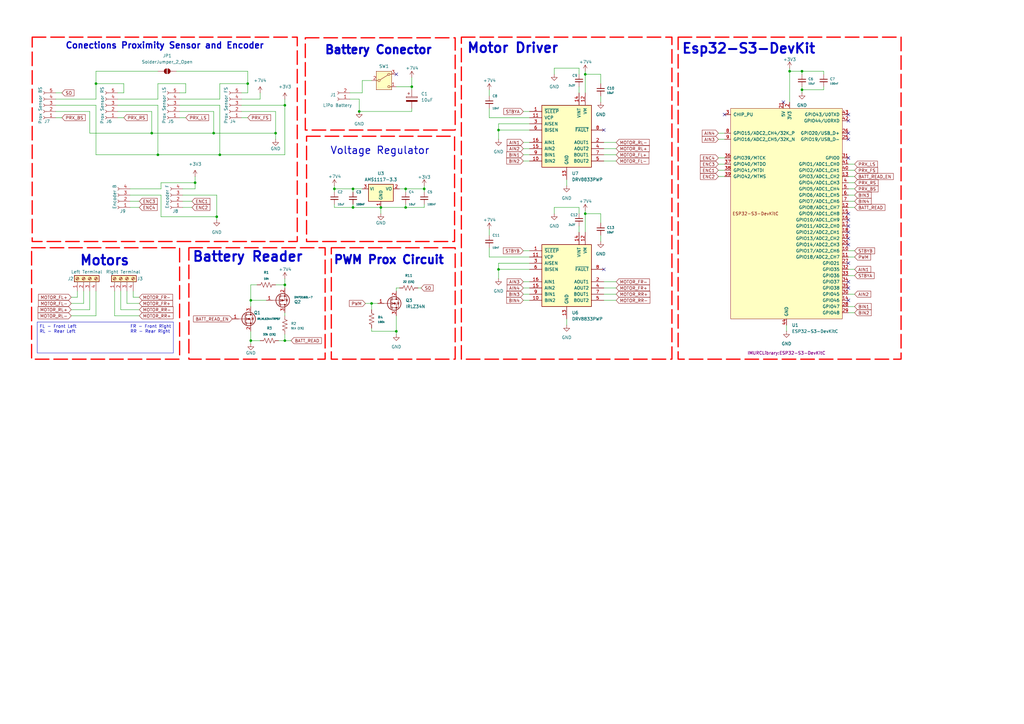
<source format=kicad_sch>
(kicad_sch (version 20250114) (generator "eeschema") (generator_version "9.0")
  (paper "A3")
  (title_block (title "IMU-RC Car Schematic") (date "2025-07-07") (rev "2") (company "ESTG-IPL"))
  (lib_symbols
    (symbol "Connector:Conn_01x02_Socket" (pin_names (offset 1.016) (hide yes))
      (property "Reference" "J" (at 0 2.54 0))
      (property "Value" "Conn_01x02_Socket" (at 0 -5.08 0))
      (symbol "Conn_01x02_Socket_1_1"
        (pin passive line (at -5.08 0 0) (length 3.81) (name "Pin_1") (number "1"))
        (pin passive line (at -5.08 -2.54 0) (length 3.81) (name "Pin_2") (number "2"))
      )
    )
    (symbol "Connector:Conn_01x04_Socket" (pin_names (offset 1.016) (hide yes))
      (property "Reference" "J" (at 0 5.08 0))
      (property "Value" "Conn_01x04_Socket" (at 0 -7.62 0))
      (symbol "Conn_01x04_Socket_1_1"
        (pin passive line (at -5.08 2.54 0) (length 3.81) (name "Pin_1") (number "1"))
        (pin passive line (at -5.08 0 0) (length 3.81) (name "Pin_2") (number "2"))
        (pin passive line (at -5.08 -2.54 0) (length 3.81) (name "Pin_3") (number "3"))
        (pin passive line (at -5.08 -5.08 0) (length 3.81) (name "Pin_4") (number "4"))
      )
    )
    (symbol "Connector:Conn_01x05_Socket" (pin_names (offset 1.016) (hide yes))
      (property "Reference" "J" (at 0 7.62 0))
      (property "Value" "Conn_01x05_Socket" (at 0 -7.62 0))
      (symbol "Conn_01x05_Socket_1_1"
        (pin passive line (at -5.08 5.08 0) (length 3.81) (name "Pin_1") (number "1"))
        (pin passive line (at -5.08 2.54 0) (length 3.81) (name "Pin_2") (number "2"))
        (pin passive line (at -5.08 0 0) (length 3.81) (name "Pin_3") (number "3"))
        (pin passive line (at -5.08 -2.54 0) (length 3.81) (name "Pin_4") (number "4"))
        (pin passive line (at -5.08 -5.08 0) (length 3.81) (name "Pin_5") (number "5"))
      )
    )
    (symbol "Connector:Screw_Terminal_01x04" (pin_names (offset 1.016) (hide yes))
      (property "Reference" "J" (at 0 5.08 0))
      (property "Value" "Screw_Terminal_01x04" (at 0 -7.62 0))
      (symbol "Screw_Terminal_01x04_1_1"
        (pin passive line (at -5.08 2.54 0) (length 3.81) (name "Pin_1") (number "1"))
        (pin passive line (at -5.08 0 0) (length 3.81) (name "Pin_2") (number "2"))
        (pin passive line (at -5.08 -2.54 0) (length 3.81) (name "Pin_3") (number "3"))
        (pin passive line (at -5.08 -5.08 0) (length 3.81) (name "Pin_4") (number "4"))
      )
    )
    (symbol "Device:C_Polarized" (pin_numbers (hide yes)) (pin_names (offset 0.254))
      (property "Reference" "C" (at 0.635 2.54 0))
      (property "Value" "C_Polarized" (at 0.635 -2.54 0))
      (symbol "C_Polarized_1_1"
        (pin passive line (at 0 3.81 270) (length 2.794) (name "~") (number "1"))
        (pin passive line (at 0 -3.81 90) (length 2.794) (name "~") (number "2"))
      )
    )
    (symbol "Device:C_Small" (pin_numbers (hide yes)) (pin_names (offset 0.254) (hide yes))
      (property "Reference" "C" (at 0.254 1.778 0))
      (property "Value" "C_Small" (at 0.254 -2.032 0))
      (symbol "C_Small_1_1"
        (pin passive line (at 0 2.54 270) (length 2.032) (name "~") (number "1"))
        (pin passive line (at 0 -2.54 90) (length 2.032) (name "~") (number "2"))
      )
    )
    (symbol "Device:R_US" (pin_numbers (hide yes)) (pin_names (offset 0))
      (property "Reference" "R" (at 2.54 0 90))
      (property "Value" "R_US" (at -2.54 0 90))
      (symbol "R_US_1_1"
        (pin passive line (at 0 3.81 270) (length 1.27) (name "~") (number "1"))
        (pin passive line (at 0 -3.81 90) (length 1.27) (name "~") (number "2"))
      )
    )
    (symbol "Driver_Motor:DRV8833PWP" (pin_names (offset 1.016))
      (property "Reference" "U" (at -3.81 16.51 0))
      (property "Value" "DRV8833PWP" (at -3.81 13.97 0))
      (symbol "DRV8833PWP_1_1"
        (pin input line (at -15.24 10.16 0) (length 5.08) (name "~{SLEEP}") (number "1"))
        (pin bidirectional line (at -15.24 7.62 0) (length 5.08) (name "VCP") (number "11"))
        (pin bidirectional line (at -15.24 5.08 0) (length 5.08) (name "AISEN") (number "3"))
        (pin bidirectional line (at -15.24 2.54 0) (length 5.08) (name "BISEN") (number "6"))
        (pin input line (at -15.24 -2.54 0) (length 5.08) (name "AIN1") (number "16"))
        (pin input line (at -15.24 -5.08 0) (length 5.08) (name "AIN2") (number "15"))
        (pin input line (at -15.24 -7.62 0) (length 5.08) (name "BIN1") (number "9"))
        (pin input line (at -15.24 -10.16 0) (length 5.08) (name "BIN2") (number "10"))
        (pin power_in line (at 0 -17.78 90) (length 5.08) (name "GND") (number "13"))
        (pin passive line (at 0 -17.78 90) (length 5.08) (hide yes) (name "GND") (number "17"))
        (pin power_in line (at 5.08 17.78 270) (length 5.08) (name "VINT") (number "14"))
        (pin power_in line (at 7.62 17.78 270) (length 5.08) (name "VM") (number "12"))
        (pin open_collector line (at 15.24 2.54 180) (length 5.08) (name "~{FAULT}") (number "8"))
        (pin power_out line (at 15.24 -2.54 180) (length 5.08) (name "AOUT1") (number "2"))
        (pin power_out line (at 15.24 -5.08 180) (length 5.08) (name "AOUT2") (number "4"))
        (pin power_out line (at 15.24 -7.62 180) (length 5.08) (name "BOUT1") (number "7"))
        (pin power_out line (at 15.24 -10.16 180) (length 5.08) (name "BOUT2") (number "5"))
      )
    )
    (symbol "Jumper:SolderJumper_2_Open" (pin_numbers (hide yes)) (pin_names (offset 0) (hide yes)) (in_bom no)
      (property "Reference" "JP" (at 0 2.032 0))
      (property "Value" "SolderJumper_2_Open" (at 0 -2.54 0))
      (symbol "SolderJumper_2_Open_1_1"
        (pin passive line (at -3.81 0 0) (length 2.54) (name "A") (number "1"))
        (pin passive line (at 3.81 0 180) (length 2.54) (name "B") (number "2"))
      )
    )
    (symbol "PCM_Espressif:ESP32-S3-DevKitC" (pin_names (offset 1.016))
      (property "Reference" "U" (at -22.86 48.26 0))
      (property "Value" "ESP32-S3-DevKitC" (at -22.86 45.72 0))
      (symbol "ESP32-S3-DevKitC_0_0"
        (text "ESP32-S3-DevKitC" (at -12.7 0 0) (effects (font (size 1.27 1.27))))
        (pin bidirectional line (at -25.4 15.24 0) (length 2.54) (name "GPIO42/MTMS") (number "39"))
        (pin power_in line (at 0 -45.72 90) (length 2.54) (name "GND") (number "44"))
        (pin bidirectional line (at 25.4 40.64 180) (length 2.54) (name "GPIO43/U0TXD") (number "43"))
        (pin bidirectional line (at 25.4 38.1 180) (length 2.54) (name "GPIO44/U0RXD") (number "42"))
        (pin bidirectional line (at 25.4 20.32 180) (length 2.54) (name "GPIO1/ADC1_CH0") (number "41"))
        (pin bidirectional line (at 25.4 17.78 180) (length 2.54) (name "GPIO2/ADC1_CH1") (number "40"))
        (pin bidirectional line (at 25.4 -10.16 180) (length 2.54) (name "GPIO13/ADC2_CH2") (number "19"))
        (pin bidirectional line (at 25.4 -35.56 180) (length 2.54) (name "GPIO46") (number "14"))
      )
      (symbol "ESP32-S3-DevKitC_0_1"
        (pin power_in line (at 1.27 45.72 270) (length 2.54) (name "3V3") (number "2"))
      )
      (symbol "ESP32-S3-DevKitC_1_1"
        (pin input line (at -25.4 40.64 0) (length 2.54) (name "CHIP_PU") (number "3"))
        (pin bidirectional line (at -25.4 33.02 0) (length 2.54) (name "GPIO15/ADC2_CH4/32K_P") (number "8"))
        (pin bidirectional line (at -25.4 30.48 0) (length 2.54) (name "GPIO16/ADC2_CH5/32K_N") (number "9"))
        (pin bidirectional line (at -25.4 22.86 0) (length 2.54) (name "GPIO39/MTCK") (number "36"))
        (pin bidirectional line (at -25.4 20.32 0) (length 2.54) (name "GPIO40/MTDO") (number "37"))
        (pin bidirectional line (at -25.4 17.78 0) (length 2.54) (name "GPIO41/MTDI") (number "38"))
        (pin power_in line (at -1.27 45.72 270) (length 2.54) (name "5V") (number "21"))
        (pin passive line (at 0 -45.72 90) (length 2.54) (hide yes) (name "GND") (number "22"))
        (pin passive line (at 0 -45.72 90) (length 2.54) (hide yes) (name "GND") (number "23"))
        (pin passive line (at 0 -45.72 90) (length 2.54) (hide yes) (name "GND") (number "24"))
        (pin passive line (at 1.27 45.72 270) (length 2.54) (hide yes) (name "3V3") (number "1"))
        (pin bidirectional line (at 25.4 33.02 180) (length 2.54) (name "GPIO20/USB_D+") (number "26"))
        (pin bidirectional line (at 25.4 30.48 180) (length 2.54) (name "GPIO19/USB_D-") (number "25"))
        (pin bidirectional line (at 25.4 22.86 180) (length 2.54) (name "GPIO0") (number "31"))
        (pin bidirectional line (at 25.4 15.24 180) (length 2.54) (name "GPIO3/ADC1_CH2") (number "13"))
        (pin bidirectional line (at 25.4 12.7 180) (length 2.54) (name "GPIO4/ADC1_CH3") (number "4"))
        (pin bidirectional line (at 25.4 10.16 180) (length 2.54) (name "GPIO5/ADC1_CH4") (number "5"))
        (pin bidirectional line (at 25.4 7.62 180) (length 2.54) (name "GPIO6/ADC1_CH5") (number "6"))
        (pin bidirectional line (at 25.4 5.08 180) (length 2.54) (name "GPIO7/ADC1_CH6") (number "7"))
        (pin bidirectional line (at 25.4 2.54 180) (length 2.54) (name "GPIO8/ADC1_CH7") (number "12"))
        (pin bidirectional line (at 25.4 0 180) (length 2.54) (name "GPIO9/ADC1_CH8") (number "15"))
        (pin bidirectional line (at 25.4 -2.54 180) (length 2.54) (name "GPIO10/ADC1_CH9") (number "16"))
        (pin bidirectional line (at 25.4 -5.08 180) (length 2.54) (name "GPIO11/ADC2_CH0") (number "17"))
        (pin bidirectional line (at 25.4 -7.62 180) (length 2.54) (name "GPIO12/ADC2_CH1") (number "18"))
        (pin bidirectional line (at 25.4 -12.7 180) (length 2.54) (name "GPIO14/ADC2_CH3") (number "20"))
        (pin bidirectional line (at 25.4 -15.24 180) (length 2.54) (name "GPIO17/ADC2_CH6") (number "10"))
        (pin bidirectional line (at 25.4 -17.78 180) (length 2.54) (name "GPIO18/ADC2_CH7") (number "11"))
        (pin bidirectional line (at 25.4 -20.32 180) (length 2.54) (name "GPIO21") (number "27"))
        (pin bidirectional line (at 25.4 -22.86 180) (length 2.54) (name "GPIO35") (number "32"))
        (pin bidirectional line (at 25.4 -25.4 180) (length 2.54) (name "GPIO36") (number "33"))
        (pin bidirectional line (at 25.4 -27.94 180) (length 2.54) (name "GPIO37") (number "34"))
        (pin bidirectional line (at 25.4 -30.48 180) (length 2.54) (name "GPIO38") (number "35"))
        (pin bidirectional line (at 25.4 -33.02 180) (length 2.54) (name "GPIO45") (number "30"))
        (pin bidirectional line (at 25.4 -38.1 180) (length 2.54) (name "GPIO47") (number "28"))
        (pin bidirectional line (at 25.4 -40.64 180) (length 2.54) (name "GPIO48") (number "29"))
      )
    )
    (symbol "Regulator_Linear:AMS1117-3.3"
      (property "Reference" "U" (at -3.81 3.175 0))
      (property "Value" "AMS1117-3.3" (at 0 3.175 0))
      (symbol "AMS1117-3.3_1_1"
        (pin power_in line (at -7.62 0 0) (length 2.54) (name "VI") (number "3"))
        (pin power_in line (at 0 -7.62 90) (length 2.54) (name "GND") (number "1"))
        (pin power_out line (at 7.62 0 180) (length 2.54) (name "VO") (number "2"))
      )
    )
    (symbol "Switch:SW_Nidec_CAS-120A1" (pin_names (offset 1) (hide yes))
      (property "Reference" "SW" (at 0 4.318 0))
      (property "Value" "SW_Nidec_CAS-120A1" (at 0 -5.08 0))
      (symbol "SW_Nidec_CAS-120A1_1_1"
        (pin passive line (at -5.08 0 0) (length 2.54) (name "B") (number "2"))
        (pin passive line (at 5.08 2.54 180) (length 2.54) (name "A") (number "3"))
        (pin passive line (at 5.08 -2.54 180) (length 2.54) (name "C") (number "1"))
      )
    )
    (symbol "Transistor_FET:AO3400A" (pin_names (hide yes))
      (property "Reference" "Q" (at 5.08 1.905 0))
      (property "Value" "AO3400A" (at 5.08 0 0))
      (symbol "AO3400A_1_1"
        (pin input line (at -5.08 0 0) (length 2.54) (name "G") (number "1"))
        (pin passive line (at 2.54 5.08 270) (length 2.54) (name "D") (number "3"))
        (pin passive line (at 2.54 -5.08 90) (length 2.54) (name "S") (number "2"))
      )
    )
    (symbol "Transistor_FET:AO3401A" (pin_names (hide yes))
      (property "Reference" "Q" (at 5.08 1.905 0))
      (property "Value" "AO3401A" (at 5.08 0 0))
      (symbol "AO3401A_1_1"
        (pin input line (at -5.08 0 0) (length 2.54) (name "G") (number "1"))
        (pin passive line (at 2.54 5.08 270) (length 2.54) (name "D") (number "3"))
        (pin passive line (at 2.54 -5.08 90) (length 2.54) (name "S") (number "2"))
      )
    )
    (symbol "Transistor_FET:IRLZ34N" (pin_names (hide yes))
      (property "Reference" "Q" (at 5.08 1.905 0))
      (property "Value" "IRLZ34N" (at 5.08 0 0))
      (symbol "IRLZ34N_1_1"
        (pin input line (at -5.08 0 0) (length 2.54) (name "G") (number "1"))
        (pin passive line (at 2.54 5.08 270) (length 2.54) (name "D") (number "2"))
        (pin passive line (at 2.54 -5.08 90) (length 2.54) (name "S") (number "3"))
      )
    )
    (symbol "power:+3V3" (power) (pin_numbers (hide yes)) (pin_names (offset 0) (hide yes))
      (property "Value" "+3V3" (at 0 3.556 0))
      (symbol "+3V3_1_1"
        (pin power_in line (at 0 0 90) (length 0) (name "~") (number "1"))
      )
    )
    (symbol "power:+BATT" (power) (pin_numbers (hide yes)) (pin_names (offset 0) (hide yes))
      (property "Value" "+BATT" (at 0 3.556 0))
      (symbol "+BATT_1_1"
        (pin power_in line (at 0 0 90) (length 0) (name "~") (number "1"))
      )
    )
    (symbol "power:GND" (power) (pin_numbers (hide yes)) (pin_names (offset 0) (hide yes))
      (property "Value" "GND" (at 0 -3.81 0))
      (symbol "GND_1_1"
        (pin power_in line (at 0 0 270) (length 0) (name "~") (number "1"))
      )
    )
  )
  (rectangle (start 77.47 101.6) (end 133.35 147.32) (stroke (width 0.508) (type dash) (color 255 0 0 1)))
  (rectangle (start 135.89 101.6) (end 186.69 147.32) (stroke (width 0.508) (type dash) (color 255 0 0 1)))
  (rectangle (start 125.222 15.494) (end 186.69 53.34) (stroke (width 0.508) (type dash) (color 255 0 0 1)))
  (rectangle (start 125.73 55.88) (end 186.436 99.06) (stroke (width 0.508) (type dash) (color 255 0 0 1)))
  (rectangle (start 12.954 101.6) (end 73.66 147.32) (stroke (width 0.508) (type dash) (color 255 0 0 1)))
  (rectangle (start 13.208 15.24) (end 121.92 99.06) (stroke (width 0.508) (type dash) (color 255 0 0 1)))
  (rectangle (start 189.23 15.24) (end 275.59 147.32) (stroke (width 0.508) (type dash) (color 255 0 0 1)))
  (rectangle (start 278.13 15.24) (end 369.57 147.32) (stroke (width 0.508) (type dash) (color 255 0 0 1)))
  (text "Voltage Regulator \n\n" (at 156.972 64.262 0) (effects (font (size 3 3) (thickness 0.375))))
  (text "Battery Conector" (at 155.194 20.574 0) (effects (font (size 3.429 3.429) (thickness 0.8) (bold yes))))
  (text "PWM Prox Circuit\n" (at 159.512 106.68 0) (effects (font (size 3.429 3.429) (thickness 0.8) (bold yes))))
  (text "Motor Driver\n" (at 210.312 19.812 0) (effects (font (size 4 4) (thickness 0.8) (bold yes))))
  (text "Conections Proximity Sensor and Encoder\n" (at 67.564 18.796 0) (effects (font (size 2.54 2.54) (thickness 0.508) (bold yes))))
  (text "Esp32-S3-DevKit" (at 307.086 20.066 0) (effects (font (size 4 4) (thickness 0.8) (bold yes))))
  (text "Motors" (at 42.926 106.934 0) (effects (font (size 4 4) (thickness 0.8) (bold yes))))
  (text "Battery Reader\n" (at 101.6 105.41 0) (effects (font (size 4 4) (thickness 0.8) (bold yes))))
  (text_box "FL - Front Left				  FR - Front Right\nRL - Rear Left				  RR - Rear Right" (at 15.24 132.08 0) (size 55.88 12.7) (margins 0.9525 0.9525 0.9525 0.9525) (effects (font (size 1.27 1.27) (thickness 0.1588)) (justify left top)))
  (junction (at 204.47 53.34))
  (junction (at 144.78 77.47))
  (junction (at 87.63 54.61))
  (junction (at 101.6 34.29))
  (junction (at 166.37 85.09))
  (junction (at 204.47 110.49))
  (junction (at 328.93 36.83))
  (junction (at 39.37 34.29))
  (junction (at 323.85 29.21))
  (junction (at 116.84 139.7))
  (junction (at 62.23 54.61))
  (junction (at 88.9 88.9))
  (junction (at 240.03 87.63))
  (junction (at 152.4 124.46))
  (junction (at 80.01 74.93))
  (junction (at 240.03 30.48))
  (junction (at 113.03 54.61))
  (junction (at 147.32 45.72))
  (junction (at 137.16 77.47))
  (junction (at 64.77 63.5))
  (junction (at 102.87 139.7))
  (junction (at 116.84 116.84))
  (junction (at 166.37 77.47))
  (junction (at 102.87 123.19))
  (junction (at 116.84 43.18))
  (junction (at 328.93 29.21))
  (junction (at 90.17 63.5))
  (junction (at 162.56 135.89))
  (junction (at 156.21 85.09))
  (junction (at 168.91 35.56))
  (junction (at 173.99 77.47))
  (junction (at 144.78 85.09))
  (no_connect (at 347.98 54.61))
  (no_connect (at 347.98 92.71))
  (no_connect (at 347.98 118.11))
  (no_connect (at 347.98 46.99))
  (no_connect (at 247.65 110.49))
  (no_connect (at 347.98 107.95))
  (no_connect (at 247.65 53.34))
  (no_connect (at 347.98 64.77))
  (no_connect (at 347.98 87.63))
  (no_connect (at 321.31 41.91))
  (no_connect (at 347.98 115.57))
  (no_connect (at 347.98 90.17))
  (no_connect (at 347.98 95.25))
  (no_connect (at 347.98 57.15))
  (no_connect (at 162.56 30.48))
  (no_connect (at 297.18 46.99))
  (no_connect (at 347.98 123.19))
  (no_connect (at 347.98 97.79))
  (no_connect (at 347.98 49.53))
  (no_connect (at 347.98 100.33))
  (wire (pts (xy 247.65 58.42) (xy 252.73 58.42)))
  (wire (pts (xy 99.06 43.18) (xy 116.84 43.18)))
  (wire (pts (xy 246.38 34.29) (xy 246.38 30.48)))
  (wire (pts (xy 200.66 93.98) (xy 200.66 96.52)))
  (wire (pts (xy 78.74 82.55) (xy 74.93 82.55)))
  (wire (pts (xy 149.86 124.46) (xy 152.4 124.46)))
  (wire (pts (xy 106.68 40.64) (xy 99.06 40.64)))
  (wire (pts (xy 247.65 115.57) (xy 252.73 115.57)))
  (wire (pts (xy 152.4 135.89) (xy 162.56 135.89)))
  (wire (pts (xy 171.45 118.11) (xy 172.72 118.11)))
  (wire (pts (xy 29.21 129.54) (xy 39.37 129.54)))
  (wire (pts (xy 204.47 53.34) (xy 204.47 57.15)))
  (wire (pts (xy 137.16 77.47) (xy 144.78 77.47)))
  (wire (pts (xy 62.23 45.72) (xy 62.23 54.61)))
  (wire (pts (xy 328.93 36.83) (xy 328.93 38.1)))
  (wire (pts (xy 204.47 50.8) (xy 204.47 53.34)))
  (wire (pts (xy 64.77 40.64) (xy 48.26 40.64)))
  (wire (pts (xy 214.63 66.04) (xy 217.17 66.04)))
  (wire (pts (xy 246.38 96.52) (xy 246.38 99.06)))
  (wire (pts (xy 80.01 77.47) (xy 74.93 77.47)))
  (wire (pts (xy 337.82 29.21) (xy 328.93 29.21)))
  (wire (pts (xy 57.15 127) (xy 49.53 127)))
  (wire (pts (xy 347.98 102.87) (xy 350.52 102.87)))
  (wire (pts (xy 240.03 30.48) (xy 240.03 38.1)))
  (wire (pts (xy 87.63 45.72) (xy 87.63 54.61)))
  (wire (pts (xy 294.64 64.77) (xy 297.18 64.77)))
  (wire (pts (xy 214.63 102.87) (xy 217.17 102.87)))
  (wire (pts (xy 347.98 105.41) (xy 350.52 105.41)))
  (wire (pts (xy 39.37 40.64) (xy 22.86 40.64)))
  (wire (pts (xy 247.65 63.5) (xy 252.73 63.5)))
  (wire (pts (xy 87.63 45.72) (xy 73.66 45.72)))
  (wire (pts (xy 22.86 38.1) (xy 25.4 38.1)))
  (wire (pts (xy 88.9 90.17) (xy 88.9 88.9)))
  (wire (pts (xy 113.03 57.15) (xy 113.03 54.61)))
  (wire (pts (xy 227.33 85.09) (xy 237.49 85.09)))
  (wire (pts (xy 294.64 54.61) (xy 297.18 54.61)))
  (wire (pts (xy 156.21 85.09) (xy 156.21 87.63)))
  (wire (pts (xy 162.56 118.11) (xy 162.56 119.38)))
  (wire (pts (xy 347.98 77.47) (xy 350.52 77.47)))
  (wire (pts (xy 39.37 119.38) (xy 39.37 129.54)))
  (wire (pts (xy 173.99 85.09) (xy 173.99 83.82)))
  (wire (pts (xy 90.17 40.64) (xy 73.66 40.64)))
  (wire (pts (xy 227.33 30.48) (xy 227.33 27.94)))
  (wire (pts (xy 246.38 91.44) (xy 246.38 87.63)))
  (wire (pts (xy 204.47 53.34) (xy 217.17 53.34)))
  (wire (pts (xy 57.15 82.55) (xy 53.34 82.55)))
  (wire (pts (xy 36.83 127) (xy 29.21 127)))
  (wire (pts (xy 137.16 77.47) (xy 137.16 78.74)))
  (wire (pts (xy 53.34 77.47) (xy 66.04 77.47)))
  (wire (pts (xy 200.66 101.6) (xy 200.66 105.41)))
  (wire (pts (xy 54.61 121.92) (xy 54.61 119.38)))
  (wire (pts (xy 137.16 85.09) (xy 137.16 83.82)))
  (wire (pts (xy 52.07 124.46) (xy 57.15 124.46)))
  (wire (pts (xy 214.63 123.19) (xy 217.17 123.19)))
  (wire (pts (xy 347.98 113.03) (xy 350.52 113.03)))
  (wire (pts (xy 143.51 38.1) (xy 148.59 38.1)))
  (wire (pts (xy 101.6 34.29) (xy 90.17 34.29)))
  (wire (pts (xy 347.98 110.49) (xy 350.52 110.49)))
  (wire (pts (xy 144.78 77.47) (xy 144.78 78.74)))
  (wire (pts (xy 323.85 27.94) (xy 323.85 29.21)))
  (wire (pts (xy 143.51 40.64) (xy 147.32 40.64)))
  (wire (pts (xy 102.87 125.73) (xy 102.87 123.19)))
  (wire (pts (xy 102.87 135.89) (xy 102.87 139.7)))
  (wire (pts (xy 148.59 38.1) (xy 148.59 33.02)))
  (wire (pts (xy 337.82 36.83) (xy 337.82 35.56)))
  (wire (pts (xy 163.83 77.47) (xy 166.37 77.47)))
  (wire (pts (xy 328.93 36.83) (xy 337.82 36.83)))
  (wire (pts (xy 144.78 85.09) (xy 156.21 85.09)))
  (wire (pts (xy 246.38 39.37) (xy 246.38 41.91)))
  (wire (pts (xy 101.6 34.29) (xy 101.6 29.21)))
  (wire (pts (xy 102.87 139.7) (xy 102.87 140.97)))
  (wire (pts (xy 88.9 88.9) (xy 88.9 80.01)))
  (wire (pts (xy 322.58 133.35) (xy 322.58 135.89)))
  (wire (pts (xy 76.2 38.1) (xy 76.2 34.29)))
  (wire (pts (xy 101.6 38.1) (xy 101.6 34.29)))
  (wire (pts (xy 48.26 43.18) (xy 64.77 43.18)))
  (wire (pts (xy 102.87 116.84) (xy 102.87 123.19)))
  (wire (pts (xy 73.66 48.26) (xy 76.2 48.26)))
  (wire (pts (xy 237.49 35.56) (xy 237.49 38.1)))
  (wire (pts (xy 22.86 48.26) (xy 25.4 48.26)))
  (wire (pts (xy 99.06 38.1) (xy 101.6 38.1)))
  (wire (pts (xy 347.98 69.85) (xy 350.52 69.85)))
  (wire (pts (xy 214.63 118.11) (xy 217.17 118.11)))
  (wire (pts (xy 101.6 29.21) (xy 72.39 29.21)))
  (wire (pts (xy 166.37 85.09) (xy 166.37 83.82)))
  (wire (pts (xy 66.04 80.01) (xy 66.04 88.9)))
  (wire (pts (xy 50.8 34.29) (xy 39.37 34.29)))
  (wire (pts (xy 152.4 124.46) (xy 152.4 127)))
  (wire (pts (xy 102.87 139.7) (xy 106.68 139.7)))
  (wire (pts (xy 347.98 80.01) (xy 350.52 80.01)))
  (wire (pts (xy 116.84 43.18) (xy 116.84 63.5)))
  (wire (pts (xy 66.04 77.47) (xy 66.04 74.93)))
  (wire (pts (xy 46.99 119.38) (xy 46.99 129.54)))
  (wire (pts (xy 168.91 31.75) (xy 168.91 35.56)))
  (wire (pts (xy 166.37 85.09) (xy 156.21 85.09)))
  (wire (pts (xy 102.87 123.19) (xy 109.22 123.19)))
  (wire (pts (xy 173.99 78.74) (xy 173.99 77.47)))
  (wire (pts (xy 105.41 116.84) (xy 102.87 116.84)))
  (wire (pts (xy 113.03 116.84) (xy 116.84 116.84)))
  (wire (pts (xy 64.77 34.29) (xy 64.77 40.64)))
  (wire (pts (xy 162.56 129.54) (xy 162.56 135.89)))
  (wire (pts (xy 52.07 119.38) (xy 52.07 124.46)))
  (wire (pts (xy 78.74 85.09) (xy 74.93 85.09)))
  (wire (pts (xy 48.26 48.26) (xy 50.8 48.26)))
  (wire (pts (xy 99.06 48.26) (xy 101.6 48.26)))
  (wire (pts (xy 116.84 40.64) (xy 116.84 43.18)))
  (wire (pts (xy 36.83 54.61) (xy 36.83 45.72)))
  (wire (pts (xy 50.8 38.1) (xy 50.8 34.29)))
  (wire (pts (xy 200.66 105.41) (xy 217.17 105.41)))
  (wire (pts (xy 232.41 73.66) (xy 232.41 76.2)))
  (wire (pts (xy 57.15 121.92) (xy 54.61 121.92)))
  (wire (pts (xy 237.49 27.94) (xy 237.49 30.48)))
  (wire (pts (xy 90.17 43.18) (xy 90.17 63.5)))
  (wire (pts (xy 39.37 63.5) (xy 64.77 63.5)))
  (wire (pts (xy 240.03 86.36) (xy 240.03 87.63)))
  (wire (pts (xy 323.85 29.21) (xy 323.85 41.91)))
  (wire (pts (xy 247.65 66.04) (xy 252.73 66.04)))
  (wire (pts (xy 147.32 40.64) (xy 147.32 45.72)))
  (wire (pts (xy 80.01 72.39) (xy 80.01 74.93)))
  (wire (pts (xy 62.23 45.72) (xy 48.26 45.72)))
  (wire (pts (xy 247.65 120.65) (xy 252.73 120.65)))
  (wire (pts (xy 87.63 54.61) (xy 62.23 54.61)))
  (wire (pts (xy 166.37 77.47) (xy 173.99 77.47)))
  (wire (pts (xy 113.03 45.72) (xy 99.06 45.72)))
  (wire (pts (xy 36.83 54.61) (xy 62.23 54.61)))
  (wire (pts (xy 73.66 38.1) (xy 76.2 38.1)))
  (wire (pts (xy 148.59 33.02) (xy 152.4 33.02)))
  (wire (pts (xy 168.91 36.83) (xy 168.91 35.56)))
  (wire (pts (xy 162.56 118.11) (xy 163.83 118.11)))
  (wire (pts (xy 73.66 43.18) (xy 90.17 43.18)))
  (wire (pts (xy 246.38 87.63) (xy 240.03 87.63)))
  (wire (pts (xy 328.93 30.48) (xy 328.93 29.21)))
  (wire (pts (xy 328.93 29.21) (xy 323.85 29.21)))
  (wire (pts (xy 144.78 77.47) (xy 148.59 77.47)))
  (wire (pts (xy 39.37 43.18) (xy 39.37 63.5)))
  (wire (pts (xy 116.84 139.7) (xy 119.38 139.7)))
  (wire (pts (xy 90.17 63.5) (xy 116.84 63.5)))
  (wire (pts (xy 76.2 34.29) (xy 64.77 34.29)))
  (wire (pts (xy 200.66 44.45) (xy 200.66 48.26)))
  (wire (pts (xy 166.37 85.09) (xy 173.99 85.09)))
  (wire (pts (xy 217.17 107.95) (xy 204.47 107.95)))
  (wire (pts (xy 53.34 80.01) (xy 66.04 80.01)))
  (wire (pts (xy 64.77 43.18) (xy 64.77 63.5)))
  (wire (pts (xy 247.65 60.96) (xy 252.73 60.96)))
  (wire (pts (xy 64.77 63.5) (xy 90.17 63.5)))
  (wire (pts (xy 294.64 57.15) (xy 297.18 57.15)))
  (wire (pts (xy 162.56 135.89) (xy 162.56 137.16)))
  (wire (pts (xy 49.53 127) (xy 49.53 119.38)))
  (wire (pts (xy 214.63 115.57) (xy 217.17 115.57)))
  (wire (pts (xy 116.84 114.3) (xy 116.84 116.84)))
  (wire (pts (xy 347.98 125.73) (xy 350.52 125.73)))
  (wire (pts (xy 240.03 87.63) (xy 240.03 95.25)))
  (wire (pts (xy 116.84 116.84) (xy 116.84 118.11)))
  (wire (pts (xy 66.04 74.93) (xy 80.01 74.93)))
  (wire (pts (xy 294.64 69.85) (xy 297.18 69.85)))
  (wire (pts (xy 200.66 36.83) (xy 200.66 39.37)))
  (wire (pts (xy 106.68 38.1) (xy 106.68 40.64)))
  (wire (pts (xy 152.4 134.62) (xy 152.4 135.89)))
  (wire (pts (xy 66.04 88.9) (xy 88.9 88.9)))
  (wire (pts (xy 227.33 27.94) (xy 237.49 27.94)))
  (wire (pts (xy 74.93 80.01) (xy 88.9 80.01)))
  (wire (pts (xy 36.83 119.38) (xy 36.83 127)))
  (wire (pts (xy 214.63 45.72) (xy 217.17 45.72)))
  (wire (pts (xy 144.78 85.09) (xy 144.78 83.82)))
  (wire (pts (xy 214.63 58.42) (xy 217.17 58.42)))
  (wire (pts (xy 113.03 45.72) (xy 113.03 54.61)))
  (wire (pts (xy 147.32 45.72) (xy 168.91 45.72)))
  (wire (pts (xy 166.37 78.74) (xy 166.37 77.47)))
  (wire (pts (xy 116.84 139.7) (xy 116.84 137.16)))
  (wire (pts (xy 137.16 85.09) (xy 144.78 85.09)))
  (wire (pts (xy 204.47 107.95) (xy 204.47 110.49)))
  (wire (pts (xy 90.17 34.29) (xy 90.17 40.64)))
  (wire (pts (xy 247.65 123.19) (xy 252.73 123.19)))
  (wire (pts (xy 204.47 110.49) (xy 204.47 114.3)))
  (wire (pts (xy 113.03 54.61) (xy 87.63 54.61)))
  (wire (pts (xy 232.41 130.81) (xy 232.41 133.35)))
  (wire (pts (xy 36.83 45.72) (xy 22.86 45.72)))
  (wire (pts (xy 34.29 119.38) (xy 34.29 124.46)))
  (wire (pts (xy 227.33 87.63) (xy 227.33 85.09)))
  (wire (pts (xy 39.37 29.21) (xy 64.77 29.21)))
  (wire (pts (xy 237.49 85.09) (xy 237.49 87.63)))
  (wire (pts (xy 80.01 74.93) (xy 80.01 77.47)))
  (wire (pts (xy 137.16 76.2) (xy 137.16 77.47)))
  (wire (pts (xy 162.56 35.56) (xy 168.91 35.56)))
  (wire (pts (xy 294.64 67.31) (xy 297.18 67.31)))
  (wire (pts (xy 22.86 43.18) (xy 39.37 43.18)))
  (wire (pts (xy 168.91 45.72) (xy 168.91 44.45)))
  (wire (pts (xy 347.98 72.39) (xy 350.52 72.39)))
  (wire (pts (xy 347.98 128.27) (xy 350.52 128.27)))
  (wire (pts (xy 29.21 124.46) (xy 34.29 124.46)))
  (wire (pts (xy 214.63 120.65) (xy 217.17 120.65)))
  (wire (pts (xy 39.37 34.29) (xy 39.37 40.64)))
  (wire (pts (xy 237.49 92.71) (xy 237.49 95.25)))
  (wire (pts (xy 246.38 30.48) (xy 240.03 30.48)))
  (wire (pts (xy 29.21 121.92) (xy 31.75 121.92)))
  (wire (pts (xy 116.84 128.27) (xy 116.84 129.54)))
  (wire (pts (xy 240.03 29.21) (xy 240.03 30.48)))
  (wire (pts (xy 328.93 35.56) (xy 328.93 36.83)))
  (wire (pts (xy 46.99 129.54) (xy 57.15 129.54)))
  (wire (pts (xy 114.3 139.7) (xy 116.84 139.7)))
  (wire (pts (xy 347.98 82.55) (xy 350.52 82.55)))
  (wire (pts (xy 294.64 72.39) (xy 297.18 72.39)))
  (wire (pts (xy 48.26 38.1) (xy 50.8 38.1)))
  (wire (pts (xy 152.4 124.46) (xy 154.94 124.46)))
  (wire (pts (xy 200.66 48.26) (xy 217.17 48.26)))
  (wire (pts (xy 31.75 119.38) (xy 31.75 121.92)))
  (wire (pts (xy 217.17 50.8) (xy 204.47 50.8)))
  (wire (pts (xy 347.98 74.93) (xy 350.52 74.93)))
  (wire (pts (xy 214.63 60.96) (xy 217.17 60.96)))
  (wire (pts (xy 347.98 120.65) (xy 350.52 120.65)))
  (wire (pts (xy 173.99 76.2) (xy 173.99 77.47)))
  (wire (pts (xy 347.98 67.31) (xy 350.52 67.31)))
  (wire (pts (xy 39.37 34.29) (xy 39.37 29.21)))
  (wire (pts (xy 347.98 85.09) (xy 350.52 85.09)))
  (wire (pts (xy 247.65 118.11) (xy 252.73 118.11)))
  (wire (pts (xy 204.47 110.49) (xy 217.17 110.49)))
  (wire (pts (xy 57.15 85.09) (xy 53.34 85.09)))
  (wire (pts (xy 337.82 30.48) (xy 337.82 29.21)))
  (wire (pts (xy 214.63 63.5) (xy 217.17 63.5)))
  (global_label "AIN4" (shape input) (at 214.63 118.11 180) (property "Intersheetrefs" "${INTERSHEET_REFS}" (effects (hide yes))))
  (global_label "STBYA" (shape input) (at 350.52 113.03 0) (property "Intersheetrefs" "${INTERSHEET_REFS}" (effects (hide yes))))
  (global_label "MOTOR_RR-" (shape input) (at 57.15 127 0) (property "Intersheetrefs" "${INTERSHEET_REFS}" (effects (hide yes))))
  (global_label "MOTOR_RL-" (shape input) (at 252.73 58.42 0) (property "Intersheetrefs" "${INTERSHEET_REFS}" (effects (hide yes))))
  (global_label "BIN1" (shape input) (at 214.63 63.5 180) (property "Intersheetrefs" "${INTERSHEET_REFS}" (effects (hide yes))))
  (global_label "MOTOR_FL-" (shape input) (at 252.73 66.04 0) (property "Intersheetrefs" "${INTERSHEET_REFS}" (effects (hide yes))))
  (global_label "AIN3" (shape input) (at 294.64 57.15 180) (property "Intersheetrefs" "${INTERSHEET_REFS}" (effects (hide yes))))
  (global_label "AIN2" (shape input) (at 350.52 120.65 0) (property "Intersheetrefs" "${INTERSHEET_REFS}" (effects (hide yes))))
  (global_label "BIN3" (shape input) (at 350.52 80.01 0) (property "Intersheetrefs" "${INTERSHEET_REFS}" (effects (hide yes))))
  (global_label "PRX_RS" (shape input) (at 50.8 48.26 0) (property "Intersheetrefs" "${INTERSHEET_REFS}" (effects (hide yes))))
  (global_label "ENC4" (shape input) (at 294.64 64.77 180) (property "Intersheetrefs" "${INTERSHEET_REFS}" (effects (hide yes))))
  (global_label "SO" (shape input) (at 172.72 118.11 0) (property "Intersheetrefs" "${INTERSHEET_REFS}" (effects (hide yes))))
  (global_label "AIN3" (shape input) (at 214.63 115.57 180) (property "Intersheetrefs" "${INTERSHEET_REFS}" (effects (hide yes))))
  (global_label "MOTOR_RR+" (shape input) (at 252.73 120.65 0) (property "Intersheetrefs" "${INTERSHEET_REFS}" (effects (hide yes))))
  (global_label "PWM" (shape input) (at 149.86 124.46 180) (property "Intersheetrefs" "${INTERSHEET_REFS}" (effects (hide yes))))
  (global_label "MOTOR_RL+" (shape input) (at 252.73 60.96 0) (property "Intersheetrefs" "${INTERSHEET_REFS}" (effects (hide yes))))
  (global_label "AIN1" (shape input) (at 214.63 58.42 180) (property "Intersheetrefs" "${INTERSHEET_REFS}" (effects (hide yes))))
  (global_label "BATT_READ" (shape input) (at 350.52 85.09 0) (property "Intersheetrefs" "${INTERSHEET_REFS}" (effects (hide yes))))
  (global_label "PRX_BS" (shape input) (at 350.52 77.47 0) (property "Intersheetrefs" "${INTERSHEET_REFS}" (effects (hide yes))))
  (global_label "MOTOR_RL-" (shape input) (at 29.21 129.54 180) (property "Intersheetrefs" "${INTERSHEET_REFS}" (effects (hide yes))))
  (global_label "MOTOR_FR-" (shape input) (at 252.73 115.57 0) (property "Intersheetrefs" "${INTERSHEET_REFS}" (effects (hide yes))))
  (global_label "PRX_LS" (shape input) (at 350.52 67.31 0) (property "Intersheetrefs" "${INTERSHEET_REFS}" (effects (hide yes))))
  (global_label "PRX_LS" (shape input) (at 76.2 48.26 0) (property "Intersheetrefs" "${INTERSHEET_REFS}" (effects (hide yes))))
  (global_label "BIN1" (shape input) (at 350.52 125.73 0) (property "Intersheetrefs" "${INTERSHEET_REFS}" (effects (hide yes))))
  (global_label "BATT_READ" (shape input) (at 119.38 139.7 0) (property "Intersheetrefs" "${INTERSHEET_REFS}" (effects (hide yes))))
  (global_label "MOTOR_FL-" (shape input) (at 29.21 124.46 180) (property "Intersheetrefs" "${INTERSHEET_REFS}" (effects (hide yes))))
  (global_label "ENC3" (shape input) (at 294.64 67.31 180) (property "Intersheetrefs" "${INTERSHEET_REFS}" (effects (hide yes))))
  (global_label "AIN4" (shape input) (at 294.64 54.61 180) (property "Intersheetrefs" "${INTERSHEET_REFS}" (effects (hide yes))))
  (global_label "STBYA" (shape input) (at 214.63 45.72 180) (property "Intersheetrefs" "${INTERSHEET_REFS}" (effects (hide yes))))
  (global_label "BATT_READ_EN" (shape input) (at 350.52 72.39 0) (property "Intersheetrefs" "${INTERSHEET_REFS}" (effects (hide yes))))
  (global_label "AIN2" (shape input) (at 214.63 60.96 180) (property "Intersheetrefs" "${INTERSHEET_REFS}" (effects (hide yes))))
  (global_label "MOTOR_RR+" (shape input) (at 57.15 129.54 0) (property "Intersheetrefs" "${INTERSHEET_REFS}" (effects (hide yes))))
  (global_label "PRX_FS" (shape input) (at 350.52 69.85 0) (property "Intersheetrefs" "${INTERSHEET_REFS}" (effects (hide yes))))
  (global_label "PWM" (shape input) (at 350.52 105.41 0) (property "Intersheetrefs" "${INTERSHEET_REFS}" (effects (hide yes))))
  (global_label "MOTOR_FR+" (shape input) (at 252.73 118.11 0) (property "Intersheetrefs" "${INTERSHEET_REFS}" (effects (hide yes))))
  (global_label "AIN1" (shape input) (at 350.52 110.49 0) (property "Intersheetrefs" "${INTERSHEET_REFS}" (effects (hide yes))))
  (global_label "MOTOR_FR-" (shape input) (at 57.15 121.92 0) (property "Intersheetrefs" "${INTERSHEET_REFS}" (effects (hide yes))))
  (global_label "ENC3" (shape input) (at 57.15 82.55 0) (property "Intersheetrefs" "${INTERSHEET_REFS}" (effects (hide yes))))
  (global_label "PRX_BS" (shape input) (at 25.4 48.26 0) (property "Intersheetrefs" "${INTERSHEET_REFS}" (effects (hide yes))))
  (global_label "ENC1" (shape input) (at 78.74 82.55 0) (property "Intersheetrefs" "${INTERSHEET_REFS}" (effects (hide yes))))
  (global_label "BIN2" (shape input) (at 214.63 66.04 180) (property "Intersheetrefs" "${INTERSHEET_REFS}" (effects (hide yes))))
  (global_label "MOTOR_FL+" (shape input) (at 252.73 63.5 0) (property "Intersheetrefs" "${INTERSHEET_REFS}" (effects (hide yes))))
  (global_label "PRX_RS" (shape input) (at 350.52 74.93 0) (property "Intersheetrefs" "${INTERSHEET_REFS}" (effects (hide yes))))
  (global_label "BIN2" (shape input) (at 350.52 128.27 0) (property "Intersheetrefs" "${INTERSHEET_REFS}" (effects (hide yes))))
  (global_label "STBYB" (shape input) (at 214.63 102.87 180) (property "Intersheetrefs" "${INTERSHEET_REFS}" (effects (hide yes))))
  (global_label "MOTOR_RL+" (shape input) (at 29.21 127 180) (property "Intersheetrefs" "${INTERSHEET_REFS}" (effects (hide yes))))
  (global_label "ENC4" (shape input) (at 57.15 85.09 0) (property "Intersheetrefs" "${INTERSHEET_REFS}" (effects (hide yes))))
  (global_label "MOTOR_FR+" (shape input) (at 57.15 124.46 0) (property "Intersheetrefs" "${INTERSHEET_REFS}" (effects (hide yes))))
  (global_label "ENC1" (shape input) (at 294.64 69.85 180) (property "Intersheetrefs" "${INTERSHEET_REFS}" (effects (hide yes))))
  (global_label "PRX_FS" (shape input) (at 101.6 48.26 0) (property "Intersheetrefs" "${INTERSHEET_REFS}" (effects (hide yes))))
  (global_label "BATT_READ_EN" (shape input) (at 95.25 130.81 180) (property "Intersheetrefs" "${INTERSHEET_REFS}" (effects (hide yes))))
  (global_label "BIN3" (shape input) (at 214.63 120.65 180) (property "Intersheetrefs" "${INTERSHEET_REFS}" (effects (hide yes))))
  (global_label "MOTOR_FL+" (shape input) (at 29.21 121.92 180) (property "Intersheetrefs" "${INTERSHEET_REFS}" (effects (hide yes))))
  (global_label "ENC2" (shape input) (at 294.64 72.39 180) (property "Intersheetrefs" "${INTERSHEET_REFS}" (effects (hide yes))))
  (global_label "ENC2" (shape input) (at 78.74 85.09 0) (property "Intersheetrefs" "${INTERSHEET_REFS}" (effects (hide yes))))
  (global_label "MOTOR_RR-" (shape input) (at 252.73 123.19 0) (property "Intersheetrefs" "${INTERSHEET_REFS}" (effects (hide yes))))
  (global_label "BIN4" (shape input) (at 214.63 123.19 180) (property "Intersheetrefs" "${INTERSHEET_REFS}" (effects (hide yes))))
  (global_label "BIN4" (shape input) (at 350.52 82.55 0) (property "Intersheetrefs" "${INTERSHEET_REFS}" (effects (hide yes))))
  (global_label "SO" (shape input) (at 25.4 38.1 0) (property "Intersheetrefs" "${INTERSHEET_REFS}" (effects (hide yes))))
  (global_label "STBYB" (shape input) (at 350.52 102.87 0) (property "Intersheetrefs" "${INTERSHEET_REFS}" (effects (hide yes))))
  (symbol (lib_id "Device:C_Small") (at 200.66 99.06 0) (unit 1)
    (property "Reference" "C11" (at 201.93 96.52 0) (effects (font (size 1 1)) (justify left)))
    (property "Value" "10nF" (at 201.93 101.6 0) (effects (font (size 0.75 0.75)) (justify left)))
    (property "Footprint" "Capacitor_SMD:C_0805_2012Metric" (effects (hide yes)))
  )
  (symbol (lib_id "Driver_Motor:DRV8833PWP") (at 232.41 55.88 0) (unit 1)
    (property "Reference" "U7" (at 234.5533 71.12 0) (effects (justify left)))
    (property "Value" "DRV8833PWP" (at 234.5533 73.66 0) (effects (justify left)))
    (property "Footprint" "Package_SO:HTSSOP-16-1EP_4.4x5mm_P0.65mm_EP3.4x5mm_Mask2.46x2.31mm_ThermalVias" (effects (hide yes)))
    (property "Datasheet" "http://www.ti.com/lit/ds/symlink/drv8833.pdf" (effects (hide yes)))
    (property "Description" "Dual H-Bridge Motor Driver, HTSSOP-16" (effects (hide yes)))
  )
  (symbol (lib_id "Connector:Conn_01x05_Socket") (at 68.58 43.18 180) (unit 1)
    (property "Reference" "J5" (at 70.104 49.784 0))
    (property "Value" "Prox Sensor LS" (at 67.31 43.18 90))
    (property "Footprint" "IMURCLibrary:JST_PH_S5B-PH-SM4-TB_1x05-1MP_P2.00mm_Horizontal" (effects (hide yes)))
    (property "Description" "Generic connector, single row, 01x05, script generated" (effects (hide yes)))
    (property "Sim.Library" ".\\" (effects (hide yes)))
  )
  (symbol (lib_id "power:GND") (at 88.9 90.17 0) (unit 1)
    (property "Reference" "#PWR012" (effects (hide yes)))
    (property "Value" "GND" (at 88.9 95.25 0))
    (property "Description" "Power symbol creates a global label with name \"GND\" , ground" (effects (hide yes)))
  )
  (symbol (lib_id "Device:R_US") (at 110.49 139.7 270) (unit 1)
    (property "Reference" "R3" (at 110.49 134.62 90) (effects (font (size 1 1))))
    (property "Value" "33k (1%)" (at 110.49 137.16 90) (effects (font (size 0.75 0.75))))
    (property "Footprint" "Resistor_SMD:R_0805_2012Metric" (effects (hide yes)))
  )
  (symbol (lib_id "Device:C_Small") (at 200.66 41.91 0) (unit 1)
    (property "Reference" "C8" (at 201.93 39.37 0) (effects (font (size 1 1)) (justify left)))
    (property "Value" "10nF" (at 201.93 44.45 0) (effects (font (size 0.75 0.75)) (justify left)))
    (property "Footprint" "Capacitor_SMD:C_0805_2012Metric" (effects (hide yes)))
  )
  (symbol (lib_id "Device:C_Small") (at 328.93 33.02 0) (unit 1)
    (property "Reference" "C6" (at 331.47 32.3913 0) (effects (font (size 1 1)) (justify left)))
    (property "Value" "10uF" (at 331.47 34.2962 0) (effects (font (size 0.75 0.75)) (justify left)))
    (property "Footprint" "Capacitor_SMD:C_0805_2012Metric" (effects (hide yes)))
  )
  (symbol (lib_id "Driver_Motor:DRV8833PWP") (at 232.41 113.03 0) (unit 1)
    (property "Reference" "U6" (at 234.5533 128.27 0) (effects (justify left)))
    (property "Value" "DRV8833PWP" (at 234.5533 130.81 0) (effects (justify left)))
    (property "Footprint" "Package_SO:HTSSOP-16-1EP_4.4x5mm_P0.65mm_EP3.4x5mm_Mask2.46x2.31mm_ThermalVias" (effects (hide yes)))
    (property "Datasheet" "http://www.ti.com/lit/ds/symlink/drv8833.pdf" (effects (hide yes)))
    (property "Description" "Dual H-Bridge Motor Driver, HTSSOP-16" (effects (hide yes)))
  )
  (symbol (lib_id "power:GND") (at 246.38 99.06 0) (unit 1)
    (property "Reference" "#PWR027" (effects (hide yes)))
    (property "Value" "GND" (at 246.38 104.14 0))
    (property "Description" "Power symbol creates a global label with name \"GND\" , ground" (effects (hide yes)))
  )
  (symbol (lib_id "Device:R_US") (at 109.22 116.84 90) (unit 1)
    (property "Reference" "R1" (at 109.22 111.76 90) (effects (font (size 1 1))))
    (property "Value" "10k" (at 109.22 114.3 90) (effects (font (size 0.75 0.75))))
    (property "Footprint" "Resistor_SMD:R_0805_2012Metric" (effects (hide yes)))
  )
  (symbol (lib_id "Connector:Screw_Terminal_01x04") (at 34.29 114.3 90) (unit 1)
    (property "Reference" "J2" (at 28.956 114.3 90))
    (property "Value" "Left Terminal" (at 35.56 111.506 90))
    (property "Footprint" "IMURCLibrary:TerminalBlock_Xinya_XY308-2.54-4P_1x04_P2.54mm_Horizontal" (effects (hide yes)))
    (property "Description" "Generic screw terminal, single row, 01x04, script generated (kicad-library-utils/schlib/autogen/connector/)" (effects (hide yes)))
  )
  (symbol (lib_id "Device:C_Small") (at 173.99 81.28 0) (unit 1)
    (property "Reference" "C5" (at 175.26 78.74 0) (effects (font (size 1 1)) (justify left)))
    (property "Value" "100nF" (at 175.26 83.82 0) (effects (font (size 0.75 0.75)) (justify left)))
    (property "Footprint" "Capacitor_SMD:C_0805_2012Metric" (effects (hide yes)))
  )
  (symbol (lib_id "power:+3V3") (at 106.68 38.1 0) (unit 1)
    (property "Reference" "#PWR032" (effects (hide yes)))
    (property "Value" "+7V4" (at 106.68 33.02 0))
    (property "Description" "Power symbol creates a global label with name \"+3V3\"" (effects (hide yes)))
  )
  (symbol (lib_id "Connector:Conn_01x02_Socket") (at 138.43 40.64 180) (unit 1)
    (property "Reference" "J1" (at 136.652 38.862 0))
    (property "Value" "LiPo Battery" (at 138.43 43.18 0))
    (property "Footprint" "TerminalBlock:TerminalBlock_MaiXu_MX126-5.0-02P_1x02_P5.00mm" (effects (hide yes)))
    (property "Description" "Generic connector, single row, 01x02, script generated" (effects (hide yes)))
  )
  (symbol (lib_id "Device:C_Small") (at 137.16 81.28 0) (unit 1)
    (property "Reference" "C2" (at 138.43 78.74 0) (effects (font (size 1 1)) (justify left)))
    (property "Value" "10uF" (at 138.43 83.82 0) (effects (font (size 0.75 0.75)) (justify left)))
    (property "Footprint" "Capacitor_SMD:C_0805_2012Metric" (effects (hide yes)))
  )
  (symbol (lib_id "Connector:Screw_Terminal_01x04") (at 49.53 114.3 90) (unit 1)
    (property "Reference" "J3" (at 57.404 114.3 90))
    (property "Value" "Right Terminal" (at 50.546 111.506 90))
    (property "Footprint" "IMURCLibrary:TerminalBlock_Xinya_XY308-2.54-4P_1x04_P2.54mm_Horizontal" (effects (hide yes)))
    (property "Description" "Generic screw terminal, single row, 01x04, script generated (kicad-library-utils/schlib/autogen/connector/)" (effects (hide yes)))
  )
  (symbol (lib_id "power:+BATT") (at 137.16 76.2 0) (unit 1)
    (property "Reference" "#PWR044" (effects (hide yes)))
    (property "Value" "+7V4" (at 134.62 72.39 0) (effects (justify left)))
    (property "Description" "Power symbol creates a global label with name \"+BATT\"" (effects (hide yes)))
  )
  (symbol (lib_id "Device:R_US") (at 152.4 130.81 0) (unit 1)
    (property "Reference" "R4" (at 154.94 130.175 0) (effects (font (size 1 1)) (justify left)))
    (property "Value" "100k" (at 154.94 132.0799 0) (effects (font (size 0.75 0.75)) (justify left)))
    (property "Footprint" "Resistor_SMD:R_0805_2012Metric" (effects (hide yes)))
  )
  (symbol (lib_id "power:GND") (at 246.38 41.91 0) (unit 1)
    (property "Reference" "#PWR026" (effects (hide yes)))
    (property "Value" "GND" (at 246.38 46.99 0))
    (property "Description" "Power symbol creates a global label with name \"GND\" , ground" (effects (hide yes)))
  )
  (symbol (lib_id "power:GND") (at 328.93 38.1 0) (unit 1)
    (property "Reference" "#PWR024" (effects (hide yes)))
    (property "Value" "GND" (at 328.93 43.18 0))
    (property "Description" "Power symbol creates a global label with name \"GND\" , ground" (effects (hide yes)))
  )
  (symbol (lib_id "Transistor_FET:AO3400A") (at 100.33 130.81 0) (unit 1)
    (property "Reference" "Q1" (at 104.14 128.27 0) (effects (justify left)))
    (property "Value" "IRLML6344TRPBF" (at 105.41 130.81 0) (effects (font (size 0.75 0.75)) (justify left)))
    (property "Footprint" "Package_TO_SOT_SMD:SOT-23" (effects (hide yes)))
    (property "Datasheet" "http://www.aosmd.com/pdfs/datasheet/AO3400A.pdf" (effects (hide yes)))
    (property "Description" "30V Vds, 5.7A Id, N-Channel MOSFET, SOT-23" (effects (hide yes)))
  )
  (symbol (lib_id "Connector:Conn_01x05_Socket") (at 93.98 43.18 180) (unit 1)
    (property "Reference" "J4" (at 95.504 49.784 0))
    (property "Value" "Prox Sensor FS" (at 92.71 43.18 90))
    (property "Footprint" "IMURCLibrary:JST_PH_S5B-PH-SM4-TB_1x05-1MP_P2.00mm_Horizontal" (effects (hide yes)))
    (property "Description" "Generic connector, single row, 01x05, script generated" (effects (hide yes)))
    (property "Sim.Library" ".\\" (effects (hide yes)))
  )
  (symbol (lib_id "Device:C_Small") (at 337.82 33.02 0) (unit 1)
    (property "Reference" "C7" (at 340.36 32.3913 0) (effects (font (size 1 1)) (justify left)))
    (property "Value" "100nF" (at 340.36 34.2962 0) (effects (font (size 0.75 0.75)) (justify left)))
    (property "Footprint" "Capacitor_SMD:C_0805_2012Metric" (effects (hide yes)))
  )
  (symbol (lib_id "Transistor_FET:IRLZ34N") (at 160.02 124.46 0) (unit 1)
    (property "Reference" "Q3" (at 166.37 123.1899 0) (effects (justify left)))
    (property "Value" "IRLZ34N" (at 166.37 125.7299 0) (effects (justify left)))
    (property "Footprint" "Package_TO_SOT_SMD:TO-263-3_TabPin2" (effects (hide yes)))
    (property "Datasheet" "http://www.infineon.com/dgdl/irlz34npbf.pdf?fileId=5546d462533600a40153567206892720" (effects (hide yes)))
    (property "Description" "30A Id, 55V Vds, 35mOhm Rds, N-Channel HEXFET Power MOSFET, TO-220AB" (effects (hide yes)))
  )
  (symbol (lib_id "power:+3V3") (at 116.84 40.64 0) (unit 1)
    (property "Reference" "#PWR029" (effects (hide yes)))
    (property "Value" "+3V3" (at 116.84 35.56 0))
    (property "Description" "Power symbol creates a global label with name \"+3V3\"" (effects (hide yes)))
  )
  (symbol (lib_id "Device:C_Polarized") (at 168.91 40.64 0) (unit 1)
    (property "Reference" "C1" (at 172.72 38.4809 0) (effects (justify left)))
    (property "Value" "10uF" (at 172.72 41.0209 0) (effects (justify left)))
    (property "Footprint" "Capacitor_SMD:CP_Elec_5x5.7" (effects (hide yes)))
    (property "Description" "Polarized capacitor" (effects (hide yes)))
  )
  (symbol (lib_id "power:GND") (at 162.56 137.16 0) (unit 1)
    (property "Reference" "#PWR02" (effects (hide yes)))
    (property "Value" "GND" (at 162.56 142.24 0))
    (property "Description" "Power symbol creates a global label with name \"GND\" , ground" (effects (hide yes)))
  )
  (symbol (lib_id "Device:C_Small") (at 144.78 81.28 0) (unit 1)
    (property "Reference" "C3" (at 146.05 78.74 0) (effects (font (size 1 1)) (justify left)))
    (property "Value" "100nF" (at 146.05 83.82 0) (effects (font (size 0.75 0.75)) (justify left)))
    (property "Footprint" "Capacitor_SMD:C_0805_2012Metric" (effects (hide yes)))
  )
  (symbol (lib_id "Connector:Conn_01x04_Socket") (at 69.85 82.55 180) (unit 1)
    (property "Reference" "J8" (at 73.152 86.614 0) (effects (justify left)))
    (property "Value" "Encoder F" (at 68.58 75.692 90) (effects (justify left)))
    (property "Footprint" "IMURCLibrary:JST_PH_S4B-PH-SM4-TB_1x04-1MP_P2.00mm_Horizontal" (effects (hide yes)))
    (property "Description" "Generic connector, single row, 01x04, script generated" (effects (hide yes)))
  )
  (symbol (lib_id "power:+BATT") (at 168.91 31.75 0) (unit 1)
    (property "Reference" "#PWR040" (effects (hide yes)))
    (property "Value" "+7V4" (at 166.37 27.94 0) (effects (justify left)))
    (property "Description" "Power symbol creates a global label with name \"+BATT\"" (effects (hide yes)))
  )
  (symbol (lib_id "power:GND") (at 232.41 133.35 0) (unit 1)
    (property "Reference" "#PWR015" (effects (hide yes)))
    (property "Value" "GND" (at 232.41 138.43 0))
    (property "Description" "Power symbol creates a global label with name \"GND\" , ground" (effects (hide yes)))
  )
  (symbol (lib_id "Connector:Conn_01x05_Socket") (at 43.18 43.18 180) (unit 1)
    (property "Reference" "J6" (at 44.704 49.784 0))
    (property "Value" "Prox Sensor RS" (at 41.91 43.18 90))
    (property "Footprint" "IMURCLibrary:JST_PH_S5B-PH-SM4-TB_1x05-1MP_P2.00mm_Horizontal" (effects (hide yes)))
    (property "Description" "Generic connector, single row, 01x05, script generated" (effects (hide yes)))
    (property "Sim.Library" ".\\" (effects (hide yes)))
  )
  (symbol (lib_id "power:+3V3") (at 323.85 27.94 0) (unit 1)
    (property "Reference" "#PWR014" (effects (hide yes)))
    (property "Value" "+3V3" (at 323.85 24.384 0))
    (property "Description" "Power symbol creates a global label with name \"+3V3\"" (effects (hide yes)))
  )
  (symbol (lib_id "power:+3V3") (at 80.01 72.39 0) (unit 1)
    (property "Reference" "#PWR011" (effects (hide yes)))
    (property "Value" "+3V3" (at 80.01 67.31 0))
    (property "Description" "Power symbol creates a global label with name \"+3V3\"" (effects (hide yes)))
  )
  (symbol (lib_id "power:+BATT") (at 200.66 36.83 0) (unit 1)
    (property "Reference" "#PWR042" (effects (hide yes)))
    (property "Value" "+7V4" (at 198.12 33.02 0) (effects (justify left)))
    (property "Description" "Power symbol creates a global label with name \"+BATT\"" (effects (hide yes)))
  )
  (symbol (lib_id "Device:C_Small") (at 246.38 93.98 0) (unit 1)
    (property "Reference" "C13" (at 248.92 93.3513 0) (effects (font (size 1 1)) (justify left)))
    (property "Value" "10uF" (at 248.92 95.2562 0) (effects (font (size 0.75 0.75)) (justify left)))
    (property "Footprint" "Capacitor_SMD:C_0805_2012Metric" (effects (hide yes)))
  )
  (symbol (lib_id "power:GND") (at 227.33 30.48 0) (unit 1)
    (property "Reference" "#PWR023" (effects (hide yes)))
    (property "Value" "GND" (at 227.33 35.56 0))
    (property "Description" "Power symbol creates a global label with name \"GND\" , ground" (effects (hide yes)))
  )
  (symbol (lib_id "Transistor_FET:AO3401A") (at 114.3 123.19 0) (mirror x) (unit 1)
    (property "Reference" "Q2" (at 120.65 123.8251 0) (effects (justify left)))
    (property "Value" "DMP3160L-7" (at 120.65 121.9201 0) (effects (font (size 0.75 0.75)) (justify left)))
    (property "Footprint" "Package_TO_SOT_SMD:SOT-23" (effects (hide yes)))
    (property "Datasheet" "http://www.aosmd.com/pdfs/datasheet/AO3401A.pdf" (effects (hide yes)))
    (property "Description" "-4.0A Id, -30V Vds, P-Channel MOSFET, SOT-23" (effects (hide yes)))
  )
  (symbol (lib_id "power:GND") (at 204.47 114.3 0) (unit 1)
    (property "Reference" "#PWR016" (effects (hide yes)))
    (property "Value" "GND" (at 204.47 119.38 0))
    (property "Description" "Power symbol creates a global label with name \"GND\" , ground" (effects (hide yes)))
  )
  (symbol (lib_id "Device:C_Small") (at 237.49 90.17 0) (unit 1)
    (property "Reference" "C12" (at 233.934 88.138 0) (effects (font (size 1 1)) (justify left)))
    (property "Value" "2u2F" (at 233.172 92.202 0) (effects (font (size 0.75 0.75)) (justify left)))
    (property "Footprint" "Capacitor_SMD:C_0805_2012Metric" (effects (hide yes)))
  )
  (symbol (lib_id "power:GND") (at 204.47 57.15 0) (unit 1)
    (property "Reference" "#PWR021" (effects (hide yes)))
    (property "Value" "GND" (at 204.47 62.23 0))
    (property "Description" "Power symbol creates a global label with name \"GND\" , ground" (effects (hide yes)))
  )
  (symbol (lib_id "power:GND") (at 232.41 76.2 0) (unit 1)
    (property "Reference" "#PWR022" (effects (hide yes)))
    (property "Value" "GND" (at 232.41 81.28 0))
    (property "Description" "Power symbol creates a global label with name \"GND\" , ground" (effects (hide yes)))
  )
  (symbol (lib_id "PCM_Espressif:ESP32-S3-DevKitC") (at 322.58 87.63 0) (unit 1)
    (property "Reference" "U1" (at 324.7741 133.35 0) (effects (justify left)))
    (property "Value" "ESP32-S3-DevKitC" (at 324.7741 135.89 0) (effects (justify left)))
    (property "Footprint" "IMURCLibrary:ESP32-S3-DevKitC" (at 322.58 144.78 0))
    (property "Description" "ESP32-S3-DevKitC" (effects (hide yes)))
  )
  (symbol (lib_id "Connector:Conn_01x04_Socket") (at 48.26 82.55 180) (unit 1)
    (property "Reference" "J9" (at 51.562 86.614 0) (effects (justify left)))
    (property "Value" "Encoder B" (at 46.99 75.692 90) (effects (justify left)))
    (property "Footprint" "IMURCLibrary:JST_PH_S4B-PH-SM4-TB_1x04-1MP_P2.00mm_Horizontal" (effects (hide yes)))
    (property "Description" "Generic connector, single row, 01x04, script generated" (effects (hide yes)))
  )
  (symbol (lib_id "Device:R_US") (at 116.84 133.35 0) (unit 1)
    (property "Reference" "R2" (at 119.38 132.715 0) (effects (font (size 1 1)) (justify left)))
    (property "Value" "51k (1%)" (at 119.38 134.6199 0) (effects (font (size 0.75 0.75)) (justify left)))
    (property "Footprint" "Resistor_SMD:R_0805_2012Metric" (effects (hide yes)))
  )
  (symbol (lib_id "power:GND") (at 113.03 57.15 0) (unit 1)
    (property "Reference" "#PWR017" (effects (hide yes)))
    (property "Value" "GND" (at 113.03 60.96 0))
    (property "Description" "Power symbol creates a global label with name \"GND\" , ground" (effects (hide yes)))
  )
  (symbol (lib_id "Device:C_Small") (at 166.37 81.28 0) (unit 1)
    (property "Reference" "C4" (at 167.64 78.74 0) (effects (font (size 1 1)) (justify left)))
    (property "Value" "10uF" (at 167.64 83.82 0) (effects (font (size 0.75 0.75)) (justify left)))
    (property "Footprint" "Capacitor_SMD:C_0805_2012Metric" (effects (hide yes)))
  )
  (symbol (lib_id "Switch:SW_Nidec_CAS-120A1") (at 157.48 33.02 0) (unit 1)
    (property "Reference" "SW1" (at 157.48 27.178 0))
    (property "Value" "SW_Nidec_CAS-120A1" (effects (hide yes)))
    (property "Footprint" "Button_Switch_THT:SW_Slide_SPDT_Angled_CK_OS102011MA1Q" (effects (hide yes)))
    (property "Datasheet" "https://www.nidec-components.com/e/catalog/switch/cas.pdf" (effects (hide yes)))
    (property "Description" "Switch, single pole double throw" (effects (hide yes)))
  )
  (symbol (lib_id "power:+BATT") (at 116.84 114.3 0) (unit 1)
    (property "Reference" "#PWR031" (effects (hide yes)))
    (property "Value" "+7V4" (at 114.3 110.49 0) (effects (justify left)))
    (property "Description" "Power symbol creates a global label with name \"+BATT\"" (effects (hide yes)))
  )
  (symbol (lib_id "power:+BATT") (at 200.66 93.98 0) (unit 1)
    (property "Reference" "#PWR043" (effects (hide yes)))
    (property "Value" "+7V4" (at 198.12 90.17 0) (effects (justify left)))
    (property "Description" "Power symbol creates a global label with name \"+BATT\"" (effects (hide yes)))
  )
  (symbol (lib_id "power:GND") (at 156.21 87.63 0) (unit 1)
    (property "Reference" "#PWR07" (effects (hide yes)))
    (property "Value" "GND" (at 156.21 91.44 0))
    (property "Description" "Power symbol creates a global label with name \"GND\" , ground" (effects (hide yes)))
  )
  (symbol (lib_id "power:GND") (at 227.33 87.63 0) (unit 1)
    (property "Reference" "#PWR025" (effects (hide yes)))
    (property "Value" "GND" (at 227.33 92.71 0))
    (property "Description" "Power symbol creates a global label with name \"GND\" , ground" (effects (hide yes)))
  )
  (symbol (lib_id "Connector:Conn_01x05_Socket") (at 17.78 43.18 180) (unit 1)
    (property "Reference" "J7" (at 19.304 49.784 0))
    (property "Value" "Prox Sensor BS" (at 16.51 43.18 90))
    (property "Footprint" "IMURCLibrary:JST_PH_S5B-PH-SM4-TB_1x05-1MP_P2.00mm_Horizontal" (effects (hide yes)))
    (property "Description" "Generic connector, single row, 01x05, script generated" (effects (hide yes)))
    (property "Sim.Library" ".\\" (effects (hide yes)))
  )
  (symbol (lib_id "power:+3V3") (at 173.99 76.2 0) (unit 1)
    (property "Reference" "#PWR013" (effects (hide yes)))
    (property "Value" "+3V3" (at 173.99 72.644 0))
    (property "Description" "Power symbol creates a global label with name \"+3V3\"" (effects (hide yes)))
  )
  (symbol (lib_id "power:GND") (at 102.87 140.97 0) (unit 1)
    (property "Reference" "#PWR030" (effects (hide yes)))
    (property "Value" "GND" (at 102.87 144.78 0))
    (property "Description" "Power symbol creates a global label with name \"GND\" , ground" (effects (hide yes)))
  )
  (symbol (lib_id "power:+BATT") (at 240.03 86.36 0) (unit 1)
    (property "Reference" "#PWR045" (effects (hide yes)))
    (property "Value" "+7V4" (at 237.49 82.55 0) (effects (justify left)))
    (property "Description" "Power symbol creates a global label with name \"+BATT\"" (effects (hide yes)))
  )
  (symbol (lib_id "Regulator_Linear:AMS1117-3.3") (at 156.21 77.47 0) (unit 1)
    (property "Reference" "U3" (at 156.21 71.12 0))
    (property "Value" "AMS1117-3.3" (at 156.21 73.66 0))
    (property "Footprint" "Package_TO_SOT_SMD:SOT-223-3_TabPin2" (effects (hide yes)))
    (property "Datasheet" "http://www.advanced-monolithic.com/pdf/ds1117.pdf" (effects (hide yes)))
    (property "Description" "1A Low Dropout regulator, positive, 3.3V fixed output, SOT-223" (effects (hide yes)))
  )
  (symbol (lib_id "Device:C_Small") (at 246.38 36.83 0) (unit 1)
    (property "Reference" "C10" (at 248.92 36.2013 0) (effects (font (size 1 1)) (justify left)))
    (property "Value" "10uF" (at 248.92 38.1062 0) (effects (font (size 0.75 0.75)) (justify left)))
    (property "Footprint" "Capacitor_SMD:C_0805_2012Metric" (effects (hide yes)))
  )
  (symbol (lib_id "Device:C_Small") (at 237.49 33.02 0) (unit 1)
    (property "Reference" "C9" (at 234.696 30.988 0) (effects (font (size 1 1)) (justify left)))
    (property "Value" "2u2F" (at 233.172 35.052 0) (effects (font (size 0.75 0.75)) (justify left)))
    (property "Footprint" "Capacitor_SMD:C_0805_2012Metric" (effects (hide yes)))
  )
  (symbol (lib_id "Device:R_US") (at 167.64 118.11 90) (unit 1)
    (property "Reference" "R11" (at 167.64 113.03 90) (effects (font (size 1 1))))
    (property "Value" "22 (1%)" (at 167.64 115.57 90) (effects (font (size 0.75 0.75))))
    (property "Footprint" "Resistor_SMD:R_0805_2012Metric" (effects (hide yes)))
  )
  (symbol (lib_id "power:+BATT") (at 240.03 29.21 0) (unit 1)
    (property "Reference" "#PWR041" (effects (hide yes)))
    (property "Value" "+7V4" (at 237.49 25.4 0) (effects (justify left)))
    (property "Description" "Power symbol creates a global label with name \"+BATT\"" (effects (hide yes)))
  )
  (symbol (lib_id "power:GND") (at 322.58 135.89 0) (unit 1)
    (property "Reference" "#PWR06" (effects (hide yes)))
    (property "Value" "GND" (at 322.58 140.97 0))
    (property "Description" "Power symbol creates a global label with name \"GND\" , ground" (effects (hide yes)))
  )
  (symbol (lib_id "power:GND") (at 147.32 45.72 0) (unit 1)
    (property "Reference" "#PWR03" (effects (hide yes)))
    (property "Value" "GND" (at 147.32 50.8 0))
    (property "Description" "Power symbol creates a global label with name \"GND\" , ground" (effects (hide yes)))
  )
  (symbol (lib_id "Jumper:SolderJumper_2_Open") (at 68.58 29.21 0) (unit 1) (in_bom no)
    (property "Reference" "JP1" (at 68.58 22.86 0))
    (property "Value" "SolderJumper_2_Open" (at 68.58 25.4 0))
    (property "Footprint" "Jumper:SolderJumper-2_P1.3mm_Open_RoundedPad1.0x1.5mm" (effects (hide yes)))
    (property "Description" "Solder Jumper, 2-pole, open" (effects (hide yes)))
  )
)
</source>
